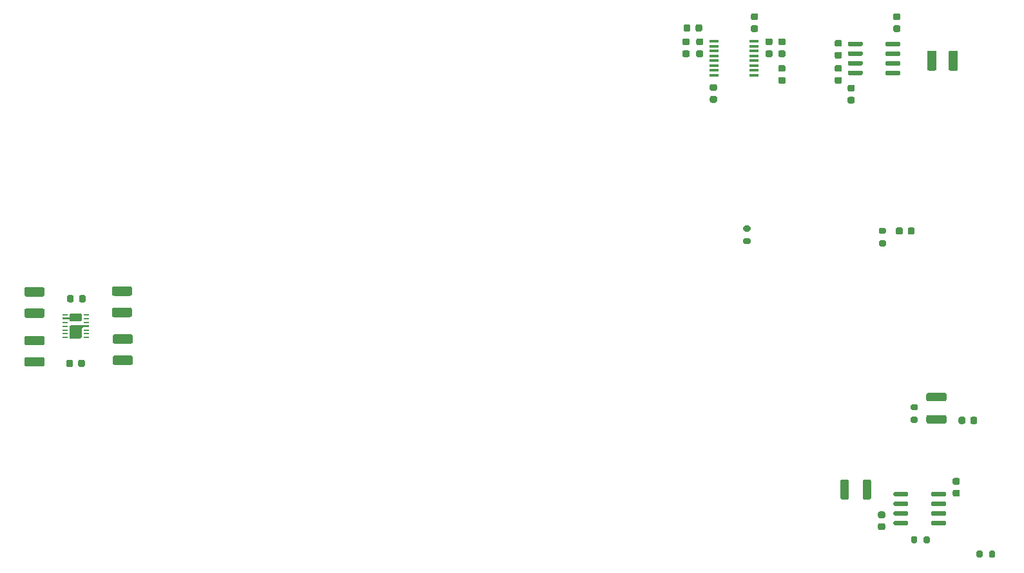
<source format=gbr>
G04 #@! TF.GenerationSoftware,KiCad,Pcbnew,(5.1.9)-1*
G04 #@! TF.CreationDate,2021-10-28T21:28:10+02:00*
G04 #@! TF.ProjectId,PDH-module,5044482d-6d6f-4647-956c-652e6b696361,1.0*
G04 #@! TF.SameCoordinates,Original*
G04 #@! TF.FileFunction,Paste,Top*
G04 #@! TF.FilePolarity,Positive*
%FSLAX46Y46*%
G04 Gerber Fmt 4.6, Leading zero omitted, Abs format (unit mm)*
G04 Created by KiCad (PCBNEW (5.1.9)-1) date 2021-10-28 21:28:10*
%MOMM*%
%LPD*%
G01*
G04 APERTURE LIST*
%ADD10R,0.700000X0.250000*%
%ADD11C,0.100000*%
%ADD12R,1.200000X0.400000*%
G04 APERTURE END LIST*
G36*
G01*
X90675000Y-92525000D02*
X88525000Y-92525000D01*
G75*
G02*
X88275000Y-92275000I0J250000D01*
G01*
X88275000Y-91525000D01*
G75*
G02*
X88525000Y-91275000I250000J0D01*
G01*
X90675000Y-91275000D01*
G75*
G02*
X90925000Y-91525000I0J-250000D01*
G01*
X90925000Y-92275000D01*
G75*
G02*
X90675000Y-92525000I-250000J0D01*
G01*
G37*
G36*
G01*
X90675000Y-95325000D02*
X88525000Y-95325000D01*
G75*
G02*
X88275000Y-95075000I0J250000D01*
G01*
X88275000Y-94325000D01*
G75*
G02*
X88525000Y-94075000I250000J0D01*
G01*
X90675000Y-94075000D01*
G75*
G02*
X90925000Y-94325000I0J-250000D01*
G01*
X90925000Y-95075000D01*
G75*
G02*
X90675000Y-95325000I-250000J0D01*
G01*
G37*
G36*
G01*
X90675000Y-88925000D02*
X88525000Y-88925000D01*
G75*
G02*
X88275000Y-88675000I0J250000D01*
G01*
X88275000Y-87925000D01*
G75*
G02*
X88525000Y-87675000I250000J0D01*
G01*
X90675000Y-87675000D01*
G75*
G02*
X90925000Y-87925000I0J-250000D01*
G01*
X90925000Y-88675000D01*
G75*
G02*
X90675000Y-88925000I-250000J0D01*
G01*
G37*
G36*
G01*
X90675000Y-86125000D02*
X88525000Y-86125000D01*
G75*
G02*
X88275000Y-85875000I0J250000D01*
G01*
X88275000Y-85125000D01*
G75*
G02*
X88525000Y-84875000I250000J0D01*
G01*
X90675000Y-84875000D01*
G75*
G02*
X90925000Y-85125000I0J-250000D01*
G01*
X90925000Y-85875000D01*
G75*
G02*
X90675000Y-86125000I-250000J0D01*
G01*
G37*
G36*
G01*
X94650000Y-94643750D02*
X94650000Y-95156250D01*
G75*
G02*
X94431250Y-95375000I-218750J0D01*
G01*
X93993750Y-95375000D01*
G75*
G02*
X93775000Y-95156250I0J218750D01*
G01*
X93775000Y-94643750D01*
G75*
G02*
X93993750Y-94425000I218750J0D01*
G01*
X94431250Y-94425000D01*
G75*
G02*
X94650000Y-94643750I0J-218750D01*
G01*
G37*
G36*
G01*
X96225000Y-94643750D02*
X96225000Y-95156250D01*
G75*
G02*
X96006250Y-95375000I-218750J0D01*
G01*
X95568750Y-95375000D01*
G75*
G02*
X95350000Y-95156250I0J218750D01*
G01*
X95350000Y-94643750D01*
G75*
G02*
X95568750Y-94425000I218750J0D01*
G01*
X96006250Y-94425000D01*
G75*
G02*
X96225000Y-94643750I0J-218750D01*
G01*
G37*
G36*
G01*
X93887500Y-86656250D02*
X93887500Y-86143750D01*
G75*
G02*
X94106250Y-85925000I218750J0D01*
G01*
X94543750Y-85925000D01*
G75*
G02*
X94762500Y-86143750I0J-218750D01*
G01*
X94762500Y-86656250D01*
G75*
G02*
X94543750Y-86875000I-218750J0D01*
G01*
X94106250Y-86875000D01*
G75*
G02*
X93887500Y-86656250I0J218750D01*
G01*
G37*
G36*
G01*
X95462500Y-86656250D02*
X95462500Y-86143750D01*
G75*
G02*
X95681250Y-85925000I218750J0D01*
G01*
X96118750Y-85925000D01*
G75*
G02*
X96337500Y-86143750I0J-218750D01*
G01*
X96337500Y-86656250D01*
G75*
G02*
X96118750Y-86875000I-218750J0D01*
G01*
X95681250Y-86875000D01*
G75*
G02*
X95462500Y-86656250I0J218750D01*
G01*
G37*
G36*
G01*
X183943750Y-48875000D02*
X184456250Y-48875000D01*
G75*
G02*
X184675000Y-49093750I0J-218750D01*
G01*
X184675000Y-49531250D01*
G75*
G02*
X184456250Y-49750000I-218750J0D01*
G01*
X183943750Y-49750000D01*
G75*
G02*
X183725000Y-49531250I0J218750D01*
G01*
X183725000Y-49093750D01*
G75*
G02*
X183943750Y-48875000I218750J0D01*
G01*
G37*
G36*
G01*
X183943750Y-50450000D02*
X184456250Y-50450000D01*
G75*
G02*
X184675000Y-50668750I0J-218750D01*
G01*
X184675000Y-51106250D01*
G75*
G02*
X184456250Y-51325000I-218750J0D01*
G01*
X183943750Y-51325000D01*
G75*
G02*
X183725000Y-51106250I0J218750D01*
G01*
X183725000Y-50668750D01*
G75*
G02*
X183943750Y-50450000I218750J0D01*
G01*
G37*
G36*
G01*
X102275000Y-92325000D02*
X100125000Y-92325000D01*
G75*
G02*
X99875000Y-92075000I0J250000D01*
G01*
X99875000Y-91325000D01*
G75*
G02*
X100125000Y-91075000I250000J0D01*
G01*
X102275000Y-91075000D01*
G75*
G02*
X102525000Y-91325000I0J-250000D01*
G01*
X102525000Y-92075000D01*
G75*
G02*
X102275000Y-92325000I-250000J0D01*
G01*
G37*
G36*
G01*
X102275000Y-95125000D02*
X100125000Y-95125000D01*
G75*
G02*
X99875000Y-94875000I0J250000D01*
G01*
X99875000Y-94125000D01*
G75*
G02*
X100125000Y-93875000I250000J0D01*
G01*
X102275000Y-93875000D01*
G75*
G02*
X102525000Y-94125000I0J-250000D01*
G01*
X102525000Y-94875000D01*
G75*
G02*
X102275000Y-95125000I-250000J0D01*
G01*
G37*
G36*
G01*
X102175000Y-88825000D02*
X100025000Y-88825000D01*
G75*
G02*
X99775000Y-88575000I0J250000D01*
G01*
X99775000Y-87825000D01*
G75*
G02*
X100025000Y-87575000I250000J0D01*
G01*
X102175000Y-87575000D01*
G75*
G02*
X102425000Y-87825000I0J-250000D01*
G01*
X102425000Y-88575000D01*
G75*
G02*
X102175000Y-88825000I-250000J0D01*
G01*
G37*
G36*
G01*
X102175000Y-86025000D02*
X100025000Y-86025000D01*
G75*
G02*
X99775000Y-85775000I0J250000D01*
G01*
X99775000Y-85025000D01*
G75*
G02*
X100025000Y-84775000I250000J0D01*
G01*
X102175000Y-84775000D01*
G75*
G02*
X102425000Y-85025000I0J-250000D01*
G01*
X102425000Y-85775000D01*
G75*
G02*
X102175000Y-86025000I-250000J0D01*
G01*
G37*
G36*
G01*
X178543750Y-59750000D02*
X179056250Y-59750000D01*
G75*
G02*
X179275000Y-59968750I0J-218750D01*
G01*
X179275000Y-60406250D01*
G75*
G02*
X179056250Y-60625000I-218750J0D01*
G01*
X178543750Y-60625000D01*
G75*
G02*
X178325000Y-60406250I0J218750D01*
G01*
X178325000Y-59968750D01*
G75*
G02*
X178543750Y-59750000I218750J0D01*
G01*
G37*
G36*
G01*
X178543750Y-58175000D02*
X179056250Y-58175000D01*
G75*
G02*
X179275000Y-58393750I0J-218750D01*
G01*
X179275000Y-58831250D01*
G75*
G02*
X179056250Y-59050000I-218750J0D01*
G01*
X178543750Y-59050000D01*
G75*
G02*
X178325000Y-58831250I0J218750D01*
G01*
X178325000Y-58393750D01*
G75*
G02*
X178543750Y-58175000I218750J0D01*
G01*
G37*
G36*
G01*
X196643750Y-59850000D02*
X197156250Y-59850000D01*
G75*
G02*
X197375000Y-60068750I0J-218750D01*
G01*
X197375000Y-60506250D01*
G75*
G02*
X197156250Y-60725000I-218750J0D01*
G01*
X196643750Y-60725000D01*
G75*
G02*
X196425000Y-60506250I0J218750D01*
G01*
X196425000Y-60068750D01*
G75*
G02*
X196643750Y-59850000I218750J0D01*
G01*
G37*
G36*
G01*
X196643750Y-58275000D02*
X197156250Y-58275000D01*
G75*
G02*
X197375000Y-58493750I0J-218750D01*
G01*
X197375000Y-58931250D01*
G75*
G02*
X197156250Y-59150000I-218750J0D01*
G01*
X196643750Y-59150000D01*
G75*
G02*
X196425000Y-58931250I0J218750D01*
G01*
X196425000Y-58493750D01*
G75*
G02*
X196643750Y-58275000I218750J0D01*
G01*
G37*
G36*
G01*
X203156250Y-51325000D02*
X202643750Y-51325000D01*
G75*
G02*
X202425000Y-51106250I0J218750D01*
G01*
X202425000Y-50668750D01*
G75*
G02*
X202643750Y-50450000I218750J0D01*
G01*
X203156250Y-50450000D01*
G75*
G02*
X203375000Y-50668750I0J-218750D01*
G01*
X203375000Y-51106250D01*
G75*
G02*
X203156250Y-51325000I-218750J0D01*
G01*
G37*
G36*
G01*
X203156250Y-49750000D02*
X202643750Y-49750000D01*
G75*
G02*
X202425000Y-49531250I0J218750D01*
G01*
X202425000Y-49093750D01*
G75*
G02*
X202643750Y-48875000I218750J0D01*
G01*
X203156250Y-48875000D01*
G75*
G02*
X203375000Y-49093750I0J-218750D01*
G01*
X203375000Y-49531250D01*
G75*
G02*
X203156250Y-49750000I-218750J0D01*
G01*
G37*
G36*
G01*
X195456250Y-56550000D02*
X194943750Y-56550000D01*
G75*
G02*
X194725000Y-56331250I0J218750D01*
G01*
X194725000Y-55893750D01*
G75*
G02*
X194943750Y-55675000I218750J0D01*
G01*
X195456250Y-55675000D01*
G75*
G02*
X195675000Y-55893750I0J-218750D01*
G01*
X195675000Y-56331250D01*
G75*
G02*
X195456250Y-56550000I-218750J0D01*
G01*
G37*
G36*
G01*
X195456250Y-58125000D02*
X194943750Y-58125000D01*
G75*
G02*
X194725000Y-57906250I0J218750D01*
G01*
X194725000Y-57468750D01*
G75*
G02*
X194943750Y-57250000I218750J0D01*
G01*
X195456250Y-57250000D01*
G75*
G02*
X195675000Y-57468750I0J-218750D01*
G01*
X195675000Y-57906250D01*
G75*
G02*
X195456250Y-58125000I-218750J0D01*
G01*
G37*
G36*
G01*
X195456250Y-54825000D02*
X194943750Y-54825000D01*
G75*
G02*
X194725000Y-54606250I0J218750D01*
G01*
X194725000Y-54168750D01*
G75*
G02*
X194943750Y-53950000I218750J0D01*
G01*
X195456250Y-53950000D01*
G75*
G02*
X195675000Y-54168750I0J-218750D01*
G01*
X195675000Y-54606250D01*
G75*
G02*
X195456250Y-54825000I-218750J0D01*
G01*
G37*
G36*
G01*
X195456250Y-53250000D02*
X194943750Y-53250000D01*
G75*
G02*
X194725000Y-53031250I0J218750D01*
G01*
X194725000Y-52593750D01*
G75*
G02*
X194943750Y-52375000I218750J0D01*
G01*
X195456250Y-52375000D01*
G75*
G02*
X195675000Y-52593750I0J-218750D01*
G01*
X195675000Y-53031250D01*
G75*
G02*
X195456250Y-53250000I-218750J0D01*
G01*
G37*
G36*
G01*
X210925000Y-54025000D02*
X210925000Y-56175000D01*
G75*
G02*
X210675000Y-56425000I-250000J0D01*
G01*
X209925000Y-56425000D01*
G75*
G02*
X209675000Y-56175000I0J250000D01*
G01*
X209675000Y-54025000D01*
G75*
G02*
X209925000Y-53775000I250000J0D01*
G01*
X210675000Y-53775000D01*
G75*
G02*
X210925000Y-54025000I0J-250000D01*
G01*
G37*
G36*
G01*
X208125000Y-54025000D02*
X208125000Y-56175000D01*
G75*
G02*
X207875000Y-56425000I-250000J0D01*
G01*
X207125000Y-56425000D01*
G75*
G02*
X206875000Y-56175000I0J250000D01*
G01*
X206875000Y-54025000D01*
G75*
G02*
X207125000Y-53775000I250000J0D01*
G01*
X207875000Y-53775000D01*
G75*
G02*
X208125000Y-54025000I0J-250000D01*
G01*
G37*
G36*
G01*
X176450000Y-51056250D02*
X176450000Y-50543750D01*
G75*
G02*
X176668750Y-50325000I218750J0D01*
G01*
X177106250Y-50325000D01*
G75*
G02*
X177325000Y-50543750I0J-218750D01*
G01*
X177325000Y-51056250D01*
G75*
G02*
X177106250Y-51275000I-218750J0D01*
G01*
X176668750Y-51275000D01*
G75*
G02*
X176450000Y-51056250I0J218750D01*
G01*
G37*
G36*
G01*
X174875000Y-51056250D02*
X174875000Y-50543750D01*
G75*
G02*
X175093750Y-50325000I218750J0D01*
G01*
X175531250Y-50325000D01*
G75*
G02*
X175750000Y-50543750I0J-218750D01*
G01*
X175750000Y-51056250D01*
G75*
G02*
X175531250Y-51275000I-218750J0D01*
G01*
X175093750Y-51275000D01*
G75*
G02*
X174875000Y-51056250I0J218750D01*
G01*
G37*
G36*
G01*
X188056250Y-56550000D02*
X187543750Y-56550000D01*
G75*
G02*
X187325000Y-56331250I0J218750D01*
G01*
X187325000Y-55893750D01*
G75*
G02*
X187543750Y-55675000I218750J0D01*
G01*
X188056250Y-55675000D01*
G75*
G02*
X188275000Y-55893750I0J-218750D01*
G01*
X188275000Y-56331250D01*
G75*
G02*
X188056250Y-56550000I-218750J0D01*
G01*
G37*
G36*
G01*
X188056250Y-58125000D02*
X187543750Y-58125000D01*
G75*
G02*
X187325000Y-57906250I0J218750D01*
G01*
X187325000Y-57468750D01*
G75*
G02*
X187543750Y-57250000I218750J0D01*
G01*
X188056250Y-57250000D01*
G75*
G02*
X188275000Y-57468750I0J-218750D01*
G01*
X188275000Y-57906250D01*
G75*
G02*
X188056250Y-58125000I-218750J0D01*
G01*
G37*
G36*
G01*
X174943750Y-52175000D02*
X175456250Y-52175000D01*
G75*
G02*
X175675000Y-52393750I0J-218750D01*
G01*
X175675000Y-52831250D01*
G75*
G02*
X175456250Y-53050000I-218750J0D01*
G01*
X174943750Y-53050000D01*
G75*
G02*
X174725000Y-52831250I0J218750D01*
G01*
X174725000Y-52393750D01*
G75*
G02*
X174943750Y-52175000I218750J0D01*
G01*
G37*
G36*
G01*
X174943750Y-53750000D02*
X175456250Y-53750000D01*
G75*
G02*
X175675000Y-53968750I0J-218750D01*
G01*
X175675000Y-54406250D01*
G75*
G02*
X175456250Y-54625000I-218750J0D01*
G01*
X174943750Y-54625000D01*
G75*
G02*
X174725000Y-54406250I0J218750D01*
G01*
X174725000Y-53968750D01*
G75*
G02*
X174943750Y-53750000I218750J0D01*
G01*
G37*
G36*
G01*
X187543750Y-52175000D02*
X188056250Y-52175000D01*
G75*
G02*
X188275000Y-52393750I0J-218750D01*
G01*
X188275000Y-52831250D01*
G75*
G02*
X188056250Y-53050000I-218750J0D01*
G01*
X187543750Y-53050000D01*
G75*
G02*
X187325000Y-52831250I0J218750D01*
G01*
X187325000Y-52393750D01*
G75*
G02*
X187543750Y-52175000I218750J0D01*
G01*
G37*
G36*
G01*
X187543750Y-53750000D02*
X188056250Y-53750000D01*
G75*
G02*
X188275000Y-53968750I0J-218750D01*
G01*
X188275000Y-54406250D01*
G75*
G02*
X188056250Y-54625000I-218750J0D01*
G01*
X187543750Y-54625000D01*
G75*
G02*
X187325000Y-54406250I0J218750D01*
G01*
X187325000Y-53968750D01*
G75*
G02*
X187543750Y-53750000I218750J0D01*
G01*
G37*
G36*
G01*
X176743750Y-52175000D02*
X177256250Y-52175000D01*
G75*
G02*
X177475000Y-52393750I0J-218750D01*
G01*
X177475000Y-52831250D01*
G75*
G02*
X177256250Y-53050000I-218750J0D01*
G01*
X176743750Y-53050000D01*
G75*
G02*
X176525000Y-52831250I0J218750D01*
G01*
X176525000Y-52393750D01*
G75*
G02*
X176743750Y-52175000I218750J0D01*
G01*
G37*
G36*
G01*
X176743750Y-53750000D02*
X177256250Y-53750000D01*
G75*
G02*
X177475000Y-53968750I0J-218750D01*
G01*
X177475000Y-54406250D01*
G75*
G02*
X177256250Y-54625000I-218750J0D01*
G01*
X176743750Y-54625000D01*
G75*
G02*
X176525000Y-54406250I0J218750D01*
G01*
X176525000Y-53968750D01*
G75*
G02*
X176743750Y-53750000I218750J0D01*
G01*
G37*
G36*
G01*
X186356250Y-53050000D02*
X185843750Y-53050000D01*
G75*
G02*
X185625000Y-52831250I0J218750D01*
G01*
X185625000Y-52393750D01*
G75*
G02*
X185843750Y-52175000I218750J0D01*
G01*
X186356250Y-52175000D01*
G75*
G02*
X186575000Y-52393750I0J-218750D01*
G01*
X186575000Y-52831250D01*
G75*
G02*
X186356250Y-53050000I-218750J0D01*
G01*
G37*
G36*
G01*
X186356250Y-54625000D02*
X185843750Y-54625000D01*
G75*
G02*
X185625000Y-54406250I0J218750D01*
G01*
X185625000Y-53968750D01*
G75*
G02*
X185843750Y-53750000I218750J0D01*
G01*
X186356250Y-53750000D01*
G75*
G02*
X186575000Y-53968750I0J-218750D01*
G01*
X186575000Y-54406250D01*
G75*
G02*
X186356250Y-54625000I-218750J0D01*
G01*
G37*
G36*
G01*
X196450000Y-53045000D02*
X196450000Y-52745000D01*
G75*
G02*
X196600000Y-52595000I150000J0D01*
G01*
X198250000Y-52595000D01*
G75*
G02*
X198400000Y-52745000I0J-150000D01*
G01*
X198400000Y-53045000D01*
G75*
G02*
X198250000Y-53195000I-150000J0D01*
G01*
X196600000Y-53195000D01*
G75*
G02*
X196450000Y-53045000I0J150000D01*
G01*
G37*
G36*
G01*
X196450000Y-54315000D02*
X196450000Y-54015000D01*
G75*
G02*
X196600000Y-53865000I150000J0D01*
G01*
X198250000Y-53865000D01*
G75*
G02*
X198400000Y-54015000I0J-150000D01*
G01*
X198400000Y-54315000D01*
G75*
G02*
X198250000Y-54465000I-150000J0D01*
G01*
X196600000Y-54465000D01*
G75*
G02*
X196450000Y-54315000I0J150000D01*
G01*
G37*
G36*
G01*
X196450000Y-55585000D02*
X196450000Y-55285000D01*
G75*
G02*
X196600000Y-55135000I150000J0D01*
G01*
X198250000Y-55135000D01*
G75*
G02*
X198400000Y-55285000I0J-150000D01*
G01*
X198400000Y-55585000D01*
G75*
G02*
X198250000Y-55735000I-150000J0D01*
G01*
X196600000Y-55735000D01*
G75*
G02*
X196450000Y-55585000I0J150000D01*
G01*
G37*
G36*
G01*
X196450000Y-56855000D02*
X196450000Y-56555000D01*
G75*
G02*
X196600000Y-56405000I150000J0D01*
G01*
X198250000Y-56405000D01*
G75*
G02*
X198400000Y-56555000I0J-150000D01*
G01*
X198400000Y-56855000D01*
G75*
G02*
X198250000Y-57005000I-150000J0D01*
G01*
X196600000Y-57005000D01*
G75*
G02*
X196450000Y-56855000I0J150000D01*
G01*
G37*
G36*
G01*
X201400000Y-56855000D02*
X201400000Y-56555000D01*
G75*
G02*
X201550000Y-56405000I150000J0D01*
G01*
X203200000Y-56405000D01*
G75*
G02*
X203350000Y-56555000I0J-150000D01*
G01*
X203350000Y-56855000D01*
G75*
G02*
X203200000Y-57005000I-150000J0D01*
G01*
X201550000Y-57005000D01*
G75*
G02*
X201400000Y-56855000I0J150000D01*
G01*
G37*
G36*
G01*
X201400000Y-55585000D02*
X201400000Y-55285000D01*
G75*
G02*
X201550000Y-55135000I150000J0D01*
G01*
X203200000Y-55135000D01*
G75*
G02*
X203350000Y-55285000I0J-150000D01*
G01*
X203350000Y-55585000D01*
G75*
G02*
X203200000Y-55735000I-150000J0D01*
G01*
X201550000Y-55735000D01*
G75*
G02*
X201400000Y-55585000I0J150000D01*
G01*
G37*
G36*
G01*
X201400000Y-54315000D02*
X201400000Y-54015000D01*
G75*
G02*
X201550000Y-53865000I150000J0D01*
G01*
X203200000Y-53865000D01*
G75*
G02*
X203350000Y-54015000I0J-150000D01*
G01*
X203350000Y-54315000D01*
G75*
G02*
X203200000Y-54465000I-150000J0D01*
G01*
X201550000Y-54465000D01*
G75*
G02*
X201400000Y-54315000I0J150000D01*
G01*
G37*
G36*
G01*
X201400000Y-53045000D02*
X201400000Y-52745000D01*
G75*
G02*
X201550000Y-52595000I150000J0D01*
G01*
X203200000Y-52595000D01*
G75*
G02*
X203350000Y-52745000I0J-150000D01*
G01*
X203350000Y-53045000D01*
G75*
G02*
X203200000Y-53195000I-150000J0D01*
G01*
X201550000Y-53195000D01*
G75*
G02*
X201400000Y-53045000I0J150000D01*
G01*
G37*
D10*
X93600000Y-91510000D03*
X93600000Y-91010000D03*
X93600000Y-90510000D03*
X93600000Y-90010000D03*
X93600000Y-89510000D03*
X93600000Y-88510000D03*
X96400000Y-88510000D03*
X96400000Y-89010000D03*
X96400000Y-89510000D03*
X96400000Y-90510000D03*
X96400000Y-91010000D03*
X96400000Y-91510000D03*
D11*
G36*
X94425000Y-89399699D02*
G01*
X94412733Y-89399699D01*
X94388317Y-89397294D01*
X94364255Y-89392508D01*
X94340778Y-89385386D01*
X94318111Y-89375997D01*
X94296474Y-89364432D01*
X94276075Y-89350802D01*
X94257110Y-89335238D01*
X94239762Y-89317890D01*
X94224198Y-89298925D01*
X94210568Y-89278526D01*
X94199003Y-89256889D01*
X94189614Y-89234222D01*
X94182492Y-89210745D01*
X94177706Y-89186683D01*
X94175301Y-89162267D01*
X94175301Y-89150000D01*
X94175000Y-89150000D01*
X94175000Y-89135000D01*
X93250000Y-89135000D01*
X93250000Y-88885000D01*
X94175000Y-88885000D01*
X94175000Y-88580000D01*
X94175301Y-88580000D01*
X94175301Y-88567733D01*
X94177706Y-88543317D01*
X94182492Y-88519255D01*
X94189614Y-88495778D01*
X94199003Y-88473111D01*
X94210568Y-88451474D01*
X94224198Y-88431075D01*
X94239762Y-88412110D01*
X94257110Y-88394762D01*
X94276075Y-88379198D01*
X94296474Y-88365568D01*
X94318111Y-88354003D01*
X94340778Y-88344614D01*
X94364255Y-88337492D01*
X94388317Y-88332706D01*
X94412733Y-88330301D01*
X94425000Y-88330301D01*
X94425000Y-88330000D01*
X95575000Y-88330000D01*
X95575000Y-88330301D01*
X95587267Y-88330301D01*
X95611683Y-88332706D01*
X95635745Y-88337492D01*
X95659222Y-88344614D01*
X95681889Y-88354003D01*
X95703526Y-88365568D01*
X95723925Y-88379198D01*
X95742890Y-88394762D01*
X95760238Y-88412110D01*
X95775802Y-88431075D01*
X95789432Y-88451474D01*
X95800997Y-88473111D01*
X95810386Y-88495778D01*
X95817508Y-88519255D01*
X95822294Y-88543317D01*
X95824699Y-88567733D01*
X95824699Y-88580000D01*
X95825000Y-88580000D01*
X95825000Y-89150000D01*
X95824699Y-89150000D01*
X95824699Y-89162267D01*
X95822294Y-89186683D01*
X95817508Y-89210745D01*
X95810386Y-89234222D01*
X95800997Y-89256889D01*
X95789432Y-89278526D01*
X95775802Y-89298925D01*
X95760238Y-89317890D01*
X95742890Y-89335238D01*
X95723925Y-89350802D01*
X95703526Y-89364432D01*
X95681889Y-89375997D01*
X95659222Y-89385386D01*
X95635745Y-89392508D01*
X95611683Y-89397294D01*
X95587267Y-89399699D01*
X95575000Y-89399699D01*
X95575000Y-89400000D01*
X94425000Y-89400000D01*
X94425000Y-89399699D01*
G37*
G36*
X94425000Y-91689699D02*
G01*
X94412733Y-91689699D01*
X94388317Y-91687294D01*
X94364255Y-91682508D01*
X94340778Y-91675386D01*
X94318111Y-91665997D01*
X94296474Y-91654432D01*
X94276075Y-91640802D01*
X94257110Y-91625238D01*
X94239762Y-91607890D01*
X94224198Y-91588925D01*
X94210568Y-91568526D01*
X94199003Y-91546889D01*
X94189614Y-91524222D01*
X94182492Y-91500745D01*
X94177706Y-91476683D01*
X94175301Y-91452267D01*
X94175301Y-91440000D01*
X94175000Y-91440000D01*
X94175000Y-90160000D01*
X94175301Y-90160000D01*
X94175301Y-90147733D01*
X94177706Y-90123317D01*
X94182492Y-90099255D01*
X94189614Y-90075778D01*
X94199003Y-90053111D01*
X94210568Y-90031474D01*
X94224198Y-90011075D01*
X94239762Y-89992110D01*
X94257110Y-89974762D01*
X94276075Y-89959198D01*
X94296474Y-89945568D01*
X94318111Y-89934003D01*
X94340778Y-89924614D01*
X94364255Y-89917492D01*
X94388317Y-89912706D01*
X94412733Y-89910301D01*
X94425000Y-89910301D01*
X94425000Y-89910000D01*
X95780000Y-89910000D01*
X95880000Y-89885000D01*
X96750000Y-89885000D01*
X96750000Y-90135000D01*
X96075500Y-90135000D01*
X96075490Y-90135098D01*
X96075462Y-90135191D01*
X96075416Y-90135278D01*
X96075354Y-90135354D01*
X96075278Y-90135416D01*
X96075191Y-90135462D01*
X96075050Y-90135498D01*
X96025097Y-90140493D01*
X95977199Y-90155461D01*
X95935277Y-90178419D01*
X95897358Y-90209353D01*
X95866421Y-90248273D01*
X95844464Y-90289193D01*
X95830492Y-90336099D01*
X95825497Y-90385051D01*
X95825478Y-90385147D01*
X95825440Y-90385237D01*
X95825385Y-90385319D01*
X95825316Y-90385388D01*
X95825234Y-90385442D01*
X95825143Y-90385479D01*
X95825047Y-90385498D01*
X95825000Y-90385498D01*
X95825000Y-91440000D01*
X95575000Y-91690000D01*
X94425000Y-91690000D01*
X94425000Y-91689699D01*
G37*
D12*
X178900000Y-52577500D03*
X178900000Y-53212500D03*
X178900000Y-53847500D03*
X178900000Y-54482500D03*
X178900000Y-55117500D03*
X178900000Y-55752500D03*
X178900000Y-56387500D03*
X178900000Y-57022500D03*
X184100000Y-57022500D03*
X184100000Y-56387500D03*
X184100000Y-55752500D03*
X184100000Y-55117500D03*
X184100000Y-54482500D03*
X184100000Y-53847500D03*
X184100000Y-53212500D03*
X184100000Y-52577500D03*
G36*
G01*
X212550000Y-102650000D02*
X212550000Y-102150000D01*
G75*
G02*
X212775000Y-101925000I225000J0D01*
G01*
X213225000Y-101925000D01*
G75*
G02*
X213450000Y-102150000I0J-225000D01*
G01*
X213450000Y-102650000D01*
G75*
G02*
X213225000Y-102875000I-225000J0D01*
G01*
X212775000Y-102875000D01*
G75*
G02*
X212550000Y-102650000I0J225000D01*
G01*
G37*
G36*
G01*
X211000000Y-102650000D02*
X211000000Y-102150000D01*
G75*
G02*
X211225000Y-101925000I225000J0D01*
G01*
X211675000Y-101925000D01*
G75*
G02*
X211900000Y-102150000I0J-225000D01*
G01*
X211900000Y-102650000D01*
G75*
G02*
X211675000Y-102875000I-225000J0D01*
G01*
X211225000Y-102875000D01*
G75*
G02*
X211000000Y-102650000I0J225000D01*
G01*
G37*
G36*
G01*
X205225000Y-77250000D02*
X205225000Y-77750000D01*
G75*
G02*
X205000000Y-77975000I-225000J0D01*
G01*
X204550000Y-77975000D01*
G75*
G02*
X204325000Y-77750000I0J225000D01*
G01*
X204325000Y-77250000D01*
G75*
G02*
X204550000Y-77025000I225000J0D01*
G01*
X205000000Y-77025000D01*
G75*
G02*
X205225000Y-77250000I0J-225000D01*
G01*
G37*
G36*
G01*
X203675000Y-77250000D02*
X203675000Y-77750000D01*
G75*
G02*
X203450000Y-77975000I-225000J0D01*
G01*
X203000000Y-77975000D01*
G75*
G02*
X202775000Y-77750000I0J225000D01*
G01*
X202775000Y-77250000D01*
G75*
G02*
X203000000Y-77025000I225000J0D01*
G01*
X203450000Y-77025000D01*
G75*
G02*
X203675000Y-77250000I0J-225000D01*
G01*
G37*
G36*
G01*
X214175000Y-119725000D02*
X214175000Y-120275000D01*
G75*
G02*
X213975000Y-120475000I-200000J0D01*
G01*
X213575000Y-120475000D01*
G75*
G02*
X213375000Y-120275000I0J200000D01*
G01*
X213375000Y-119725000D01*
G75*
G02*
X213575000Y-119525000I200000J0D01*
G01*
X213975000Y-119525000D01*
G75*
G02*
X214175000Y-119725000I0J-200000D01*
G01*
G37*
G36*
G01*
X215825000Y-119725000D02*
X215825000Y-120275000D01*
G75*
G02*
X215625000Y-120475000I-200000J0D01*
G01*
X215225000Y-120475000D01*
G75*
G02*
X215025000Y-120275000I0J200000D01*
G01*
X215025000Y-119725000D01*
G75*
G02*
X215225000Y-119525000I200000J0D01*
G01*
X215625000Y-119525000D01*
G75*
G02*
X215825000Y-119725000I0J-200000D01*
G01*
G37*
G36*
G01*
X207024999Y-101700000D02*
X209175001Y-101700000D01*
G75*
G02*
X209425000Y-101949999I0J-249999D01*
G01*
X209425000Y-102575001D01*
G75*
G02*
X209175001Y-102825000I-249999J0D01*
G01*
X207024999Y-102825000D01*
G75*
G02*
X206775000Y-102575001I0J249999D01*
G01*
X206775000Y-101949999D01*
G75*
G02*
X207024999Y-101700000I249999J0D01*
G01*
G37*
G36*
G01*
X207024999Y-98775000D02*
X209175001Y-98775000D01*
G75*
G02*
X209425000Y-99024999I0J-249999D01*
G01*
X209425000Y-99650001D01*
G75*
G02*
X209175001Y-99900000I-249999J0D01*
G01*
X207024999Y-99900000D01*
G75*
G02*
X206775000Y-99650001I0J249999D01*
G01*
X206775000Y-99024999D01*
G75*
G02*
X207024999Y-98775000I249999J0D01*
G01*
G37*
G36*
G01*
X204775000Y-118375000D02*
X204775000Y-117825000D01*
G75*
G02*
X204975000Y-117625000I200000J0D01*
G01*
X205375000Y-117625000D01*
G75*
G02*
X205575000Y-117825000I0J-200000D01*
G01*
X205575000Y-118375000D01*
G75*
G02*
X205375000Y-118575000I-200000J0D01*
G01*
X204975000Y-118575000D01*
G75*
G02*
X204775000Y-118375000I0J200000D01*
G01*
G37*
G36*
G01*
X206425000Y-118375000D02*
X206425000Y-117825000D01*
G75*
G02*
X206625000Y-117625000I200000J0D01*
G01*
X207025000Y-117625000D01*
G75*
G02*
X207225000Y-117825000I0J-200000D01*
G01*
X207225000Y-118375000D01*
G75*
G02*
X207025000Y-118575000I-200000J0D01*
G01*
X206625000Y-118575000D01*
G75*
G02*
X206425000Y-118375000I0J200000D01*
G01*
G37*
G36*
G01*
X199525000Y-110424999D02*
X199525000Y-112575001D01*
G75*
G02*
X199275001Y-112825000I-249999J0D01*
G01*
X198649999Y-112825000D01*
G75*
G02*
X198400000Y-112575001I0J249999D01*
G01*
X198400000Y-110424999D01*
G75*
G02*
X198649999Y-110175000I249999J0D01*
G01*
X199275001Y-110175000D01*
G75*
G02*
X199525000Y-110424999I0J-249999D01*
G01*
G37*
G36*
G01*
X196600000Y-110424999D02*
X196600000Y-112575001D01*
G75*
G02*
X196350001Y-112825000I-249999J0D01*
G01*
X195724999Y-112825000D01*
G75*
G02*
X195475000Y-112575001I0J249999D01*
G01*
X195475000Y-110424999D01*
G75*
G02*
X195724999Y-110175000I249999J0D01*
G01*
X196350001Y-110175000D01*
G75*
G02*
X196600000Y-110424999I0J-249999D01*
G01*
G37*
G36*
G01*
X182925000Y-76775000D02*
X183475000Y-76775000D01*
G75*
G02*
X183675000Y-76975000I0J-200000D01*
G01*
X183675000Y-77375000D01*
G75*
G02*
X183475000Y-77575000I-200000J0D01*
G01*
X182925000Y-77575000D01*
G75*
G02*
X182725000Y-77375000I0J200000D01*
G01*
X182725000Y-76975000D01*
G75*
G02*
X182925000Y-76775000I200000J0D01*
G01*
G37*
G36*
G01*
X182925000Y-78425000D02*
X183475000Y-78425000D01*
G75*
G02*
X183675000Y-78625000I0J-200000D01*
G01*
X183675000Y-79025000D01*
G75*
G02*
X183475000Y-79225000I-200000J0D01*
G01*
X182925000Y-79225000D01*
G75*
G02*
X182725000Y-79025000I0J200000D01*
G01*
X182725000Y-78625000D01*
G75*
G02*
X182925000Y-78425000I200000J0D01*
G01*
G37*
G36*
G01*
X201275000Y-77875000D02*
X200725000Y-77875000D01*
G75*
G02*
X200525000Y-77675000I0J200000D01*
G01*
X200525000Y-77275000D01*
G75*
G02*
X200725000Y-77075000I200000J0D01*
G01*
X201275000Y-77075000D01*
G75*
G02*
X201475000Y-77275000I0J-200000D01*
G01*
X201475000Y-77675000D01*
G75*
G02*
X201275000Y-77875000I-200000J0D01*
G01*
G37*
G36*
G01*
X201275000Y-79525000D02*
X200725000Y-79525000D01*
G75*
G02*
X200525000Y-79325000I0J200000D01*
G01*
X200525000Y-78925000D01*
G75*
G02*
X200725000Y-78725000I200000J0D01*
G01*
X201275000Y-78725000D01*
G75*
G02*
X201475000Y-78925000I0J-200000D01*
G01*
X201475000Y-79325000D01*
G75*
G02*
X201275000Y-79525000I-200000J0D01*
G01*
G37*
G36*
G01*
X209350000Y-115755000D02*
X209350000Y-116055000D01*
G75*
G02*
X209200000Y-116205000I-150000J0D01*
G01*
X207550000Y-116205000D01*
G75*
G02*
X207400000Y-116055000I0J150000D01*
G01*
X207400000Y-115755000D01*
G75*
G02*
X207550000Y-115605000I150000J0D01*
G01*
X209200000Y-115605000D01*
G75*
G02*
X209350000Y-115755000I0J-150000D01*
G01*
G37*
G36*
G01*
X209350000Y-114485000D02*
X209350000Y-114785000D01*
G75*
G02*
X209200000Y-114935000I-150000J0D01*
G01*
X207550000Y-114935000D01*
G75*
G02*
X207400000Y-114785000I0J150000D01*
G01*
X207400000Y-114485000D01*
G75*
G02*
X207550000Y-114335000I150000J0D01*
G01*
X209200000Y-114335000D01*
G75*
G02*
X209350000Y-114485000I0J-150000D01*
G01*
G37*
G36*
G01*
X209350000Y-113215000D02*
X209350000Y-113515000D01*
G75*
G02*
X209200000Y-113665000I-150000J0D01*
G01*
X207550000Y-113665000D01*
G75*
G02*
X207400000Y-113515000I0J150000D01*
G01*
X207400000Y-113215000D01*
G75*
G02*
X207550000Y-113065000I150000J0D01*
G01*
X209200000Y-113065000D01*
G75*
G02*
X209350000Y-113215000I0J-150000D01*
G01*
G37*
G36*
G01*
X209350000Y-111945000D02*
X209350000Y-112245000D01*
G75*
G02*
X209200000Y-112395000I-150000J0D01*
G01*
X207550000Y-112395000D01*
G75*
G02*
X207400000Y-112245000I0J150000D01*
G01*
X207400000Y-111945000D01*
G75*
G02*
X207550000Y-111795000I150000J0D01*
G01*
X209200000Y-111795000D01*
G75*
G02*
X209350000Y-111945000I0J-150000D01*
G01*
G37*
G36*
G01*
X204400000Y-111945000D02*
X204400000Y-112245000D01*
G75*
G02*
X204250000Y-112395000I-150000J0D01*
G01*
X202600000Y-112395000D01*
G75*
G02*
X202450000Y-112245000I0J150000D01*
G01*
X202450000Y-111945000D01*
G75*
G02*
X202600000Y-111795000I150000J0D01*
G01*
X204250000Y-111795000D01*
G75*
G02*
X204400000Y-111945000I0J-150000D01*
G01*
G37*
G36*
G01*
X204400000Y-113215000D02*
X204400000Y-113515000D01*
G75*
G02*
X204250000Y-113665000I-150000J0D01*
G01*
X202600000Y-113665000D01*
G75*
G02*
X202450000Y-113515000I0J150000D01*
G01*
X202450000Y-113215000D01*
G75*
G02*
X202600000Y-113065000I150000J0D01*
G01*
X204250000Y-113065000D01*
G75*
G02*
X204400000Y-113215000I0J-150000D01*
G01*
G37*
G36*
G01*
X204400000Y-114485000D02*
X204400000Y-114785000D01*
G75*
G02*
X204250000Y-114935000I-150000J0D01*
G01*
X202600000Y-114935000D01*
G75*
G02*
X202450000Y-114785000I0J150000D01*
G01*
X202450000Y-114485000D01*
G75*
G02*
X202600000Y-114335000I150000J0D01*
G01*
X204250000Y-114335000D01*
G75*
G02*
X204400000Y-114485000I0J-150000D01*
G01*
G37*
G36*
G01*
X204400000Y-115755000D02*
X204400000Y-116055000D01*
G75*
G02*
X204250000Y-116205000I-150000J0D01*
G01*
X202600000Y-116205000D01*
G75*
G02*
X202450000Y-116055000I0J150000D01*
G01*
X202450000Y-115755000D01*
G75*
G02*
X202600000Y-115605000I150000J0D01*
G01*
X204250000Y-115605000D01*
G75*
G02*
X204400000Y-115755000I0J-150000D01*
G01*
G37*
G36*
G01*
X210950000Y-110875000D02*
X210450000Y-110875000D01*
G75*
G02*
X210225000Y-110650000I0J225000D01*
G01*
X210225000Y-110200000D01*
G75*
G02*
X210450000Y-109975000I225000J0D01*
G01*
X210950000Y-109975000D01*
G75*
G02*
X211175000Y-110200000I0J-225000D01*
G01*
X211175000Y-110650000D01*
G75*
G02*
X210950000Y-110875000I-225000J0D01*
G01*
G37*
G36*
G01*
X210950000Y-112425000D02*
X210450000Y-112425000D01*
G75*
G02*
X210225000Y-112200000I0J225000D01*
G01*
X210225000Y-111750000D01*
G75*
G02*
X210450000Y-111525000I225000J0D01*
G01*
X210950000Y-111525000D01*
G75*
G02*
X211175000Y-111750000I0J-225000D01*
G01*
X211175000Y-112200000D01*
G75*
G02*
X210950000Y-112425000I-225000J0D01*
G01*
G37*
G36*
G01*
X200650000Y-114375000D02*
X201150000Y-114375000D01*
G75*
G02*
X201375000Y-114600000I0J-225000D01*
G01*
X201375000Y-115050000D01*
G75*
G02*
X201150000Y-115275000I-225000J0D01*
G01*
X200650000Y-115275000D01*
G75*
G02*
X200425000Y-115050000I0J225000D01*
G01*
X200425000Y-114600000D01*
G75*
G02*
X200650000Y-114375000I225000J0D01*
G01*
G37*
G36*
G01*
X200650000Y-115925000D02*
X201150000Y-115925000D01*
G75*
G02*
X201375000Y-116150000I0J-225000D01*
G01*
X201375000Y-116600000D01*
G75*
G02*
X201150000Y-116825000I-225000J0D01*
G01*
X200650000Y-116825000D01*
G75*
G02*
X200425000Y-116600000I0J225000D01*
G01*
X200425000Y-116150000D01*
G75*
G02*
X200650000Y-115925000I225000J0D01*
G01*
G37*
G36*
G01*
X204925000Y-100275000D02*
X205475000Y-100275000D01*
G75*
G02*
X205675000Y-100475000I0J-200000D01*
G01*
X205675000Y-100875000D01*
G75*
G02*
X205475000Y-101075000I-200000J0D01*
G01*
X204925000Y-101075000D01*
G75*
G02*
X204725000Y-100875000I0J200000D01*
G01*
X204725000Y-100475000D01*
G75*
G02*
X204925000Y-100275000I200000J0D01*
G01*
G37*
G36*
G01*
X204925000Y-101925000D02*
X205475000Y-101925000D01*
G75*
G02*
X205675000Y-102125000I0J-200000D01*
G01*
X205675000Y-102525000D01*
G75*
G02*
X205475000Y-102725000I-200000J0D01*
G01*
X204925000Y-102725000D01*
G75*
G02*
X204725000Y-102525000I0J200000D01*
G01*
X204725000Y-102125000D01*
G75*
G02*
X204925000Y-101925000I200000J0D01*
G01*
G37*
M02*

</source>
